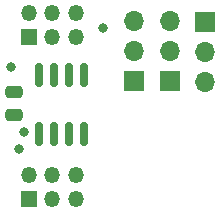
<source format=gbr>
%TF.GenerationSoftware,KiCad,Pcbnew,(5.99.0-8941-ge2f8b1a4b1)*%
%TF.CreationDate,2021-03-10T21:29:07+01:00*%
%TF.ProjectId,mod,6d6f642e-6b69-4636-9164-5f7063625858,rev?*%
%TF.SameCoordinates,Original*%
%TF.FileFunction,Soldermask,Top*%
%TF.FilePolarity,Negative*%
%FSLAX46Y46*%
G04 Gerber Fmt 4.6, Leading zero omitted, Abs format (unit mm)*
G04 Created by KiCad (PCBNEW (5.99.0-8941-ge2f8b1a4b1)) date 2021-03-10 21:29:07*
%MOMM*%
%LPD*%
G01*
G04 APERTURE LIST*
G04 Aperture macros list*
%AMRoundRect*
0 Rectangle with rounded corners*
0 $1 Rounding radius*
0 $2 $3 $4 $5 $6 $7 $8 $9 X,Y pos of 4 corners*
0 Add a 4 corners polygon primitive as box body*
4,1,4,$2,$3,$4,$5,$6,$7,$8,$9,$2,$3,0*
0 Add four circle primitives for the rounded corners*
1,1,$1+$1,$2,$3*
1,1,$1+$1,$4,$5*
1,1,$1+$1,$6,$7*
1,1,$1+$1,$8,$9*
0 Add four rect primitives between the rounded corners*
20,1,$1+$1,$2,$3,$4,$5,0*
20,1,$1+$1,$4,$5,$6,$7,0*
20,1,$1+$1,$6,$7,$8,$9,0*
20,1,$1+$1,$8,$9,$2,$3,0*%
G04 Aperture macros list end*
%ADD10R,1.700000X1.700000*%
%ADD11O,1.700000X1.700000*%
%ADD12R,1.350000X1.350000*%
%ADD13O,1.350000X1.350000*%
%ADD14RoundRect,0.250000X-0.475000X0.250000X-0.475000X-0.250000X0.475000X-0.250000X0.475000X0.250000X0*%
%ADD15RoundRect,0.150000X0.150000X-0.825000X0.150000X0.825000X-0.150000X0.825000X-0.150000X-0.825000X0*%
%ADD16C,0.800000*%
G04 APERTURE END LIST*
D10*
%TO.C,J3*%
X138200000Y-92975000D03*
D11*
X138200000Y-95515000D03*
X138200000Y-98055000D03*
%TD*%
D10*
%TO.C,J5*%
X135200000Y-98050000D03*
D11*
X135200000Y-95510000D03*
X135200000Y-92970000D03*
%TD*%
D12*
%TO.C,J2*%
X123250000Y-94250000D03*
D13*
X123250000Y-92250000D03*
X125250000Y-94250000D03*
X125250000Y-92250000D03*
X127250000Y-94250000D03*
X127250000Y-92250000D03*
%TD*%
D12*
%TO.C,J1*%
X123250000Y-108000000D03*
D13*
X123250000Y-106000000D03*
X125250000Y-108000000D03*
X125250000Y-106000000D03*
X127250000Y-108000000D03*
X127250000Y-106000000D03*
%TD*%
D10*
%TO.C,J4*%
X132200000Y-98025000D03*
D11*
X132200000Y-95485000D03*
X132200000Y-92945000D03*
%TD*%
D14*
%TO.C,C2*%
X122000000Y-98950000D03*
X122000000Y-100850000D03*
%TD*%
D15*
%TO.C,U2*%
X124095000Y-102475000D03*
X125365000Y-102475000D03*
X126635000Y-102475000D03*
X127905000Y-102475000D03*
X127905000Y-97525000D03*
X126635000Y-97525000D03*
X125365000Y-97525000D03*
X124095000Y-97525000D03*
%TD*%
D16*
X122900000Y-102300000D03*
X121800000Y-96800000D03*
X122400000Y-103800000D03*
X129571258Y-93484979D03*
M02*

</source>
